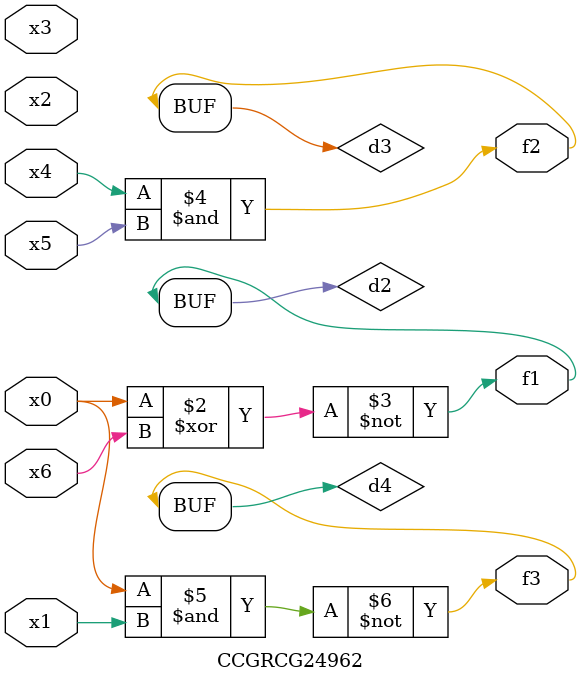
<source format=v>
module CCGRCG24962(
	input x0, x1, x2, x3, x4, x5, x6,
	output f1, f2, f3
);

	wire d1, d2, d3, d4;

	nor (d1, x0);
	xnor (d2, x0, x6);
	and (d3, x4, x5);
	nand (d4, x0, x1);
	assign f1 = d2;
	assign f2 = d3;
	assign f3 = d4;
endmodule

</source>
